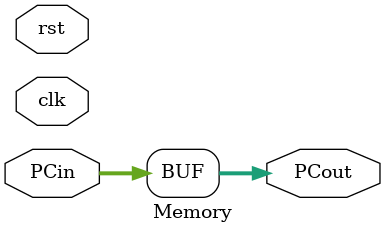
<source format=v>
module Memory (clk, rst, PCin, PCout);
input clk;
input rst;
input [31:0] PCin;
output [31:0] PCout;

	assign PCout = PCin;

endmodule
</source>
